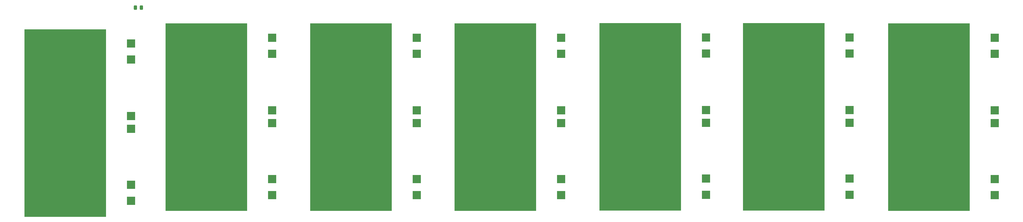
<source format=gts>
G04 #@! TF.GenerationSoftware,KiCad,Pcbnew,(6.0.4-0)*
G04 #@! TF.CreationDate,2022-06-29T10:28:42-05:00*
G04 #@! TF.ProjectId,X-,582d2e6b-6963-4616-945f-706362585858,4*
G04 #@! TF.SameCoordinates,Original*
G04 #@! TF.FileFunction,Soldermask,Top*
G04 #@! TF.FilePolarity,Negative*
%FSLAX46Y46*%
G04 Gerber Fmt 4.6, Leading zero omitted, Abs format (unit mm)*
G04 Created by KiCad (PCBNEW (6.0.4-0)) date 2022-06-29 10:28:42*
%MOMM*%
%LPD*%
G01*
G04 APERTURE LIST*
G04 Aperture macros list*
%AMRoundRect*
0 Rectangle with rounded corners*
0 $1 Rounding radius*
0 $2 $3 $4 $5 $6 $7 $8 $9 X,Y pos of 4 corners*
0 Add a 4 corners polygon primitive as box body*
4,1,4,$2,$3,$4,$5,$6,$7,$8,$9,$2,$3,0*
0 Add four circle primitives for the rounded corners*
1,1,$1+$1,$2,$3*
1,1,$1+$1,$4,$5*
1,1,$1+$1,$6,$7*
1,1,$1+$1,$8,$9*
0 Add four rect primitives between the rounded corners*
20,1,$1+$1,$2,$3,$4,$5,0*
20,1,$1+$1,$4,$5,$6,$7,0*
20,1,$1+$1,$6,$7,$8,$9,0*
20,1,$1+$1,$8,$9,$2,$3,0*%
G04 Aperture macros list end*
%ADD10RoundRect,0.243750X-0.243750X-0.456250X0.243750X-0.456250X0.243750X0.456250X-0.243750X0.456250X0*%
%ADD11R,25.400000X58.420000*%
%ADD12R,2.500000X2.500000*%
G04 APERTURE END LIST*
D10*
X102162500Y-108800000D03*
X104037500Y-108800000D03*
D11*
X80300000Y-144770000D03*
D12*
X100800000Y-169020000D03*
X100800000Y-125020000D03*
X100800000Y-164020000D03*
X100800000Y-120020000D03*
X100800000Y-142620000D03*
X100800000Y-146620000D03*
D11*
X124300000Y-142970000D03*
D12*
X144800000Y-118220000D03*
X144800000Y-162220000D03*
X144800000Y-123220000D03*
X144800000Y-167220000D03*
X144800000Y-144820000D03*
X144800000Y-140820000D03*
D11*
X169300000Y-142970000D03*
D12*
X189800000Y-118220000D03*
X189800000Y-123220000D03*
X189800000Y-162220000D03*
X189800000Y-167220000D03*
X189800000Y-140820000D03*
X189800000Y-144820000D03*
D11*
X349300000Y-142970000D03*
D12*
X369800000Y-167220000D03*
X369800000Y-123220000D03*
X369800000Y-162220000D03*
X369800000Y-118220000D03*
X369800000Y-140820000D03*
X369800000Y-144820000D03*
D11*
X214300000Y-142970000D03*
D12*
X234800000Y-167220000D03*
X234800000Y-123220000D03*
X234800000Y-118220000D03*
X234800000Y-162220000D03*
X234800000Y-144820000D03*
X234800000Y-140820000D03*
D11*
X304100000Y-142870000D03*
D12*
X324600000Y-123120000D03*
X324600000Y-167120000D03*
X324600000Y-162120000D03*
X324600000Y-118120000D03*
X324600000Y-144720000D03*
X324600000Y-140720000D03*
D11*
X259400000Y-142870000D03*
D12*
X279900000Y-162120000D03*
X279900000Y-118120000D03*
X279900000Y-123120000D03*
X279900000Y-167120000D03*
X279900000Y-140720000D03*
X279900000Y-144720000D03*
M02*

</source>
